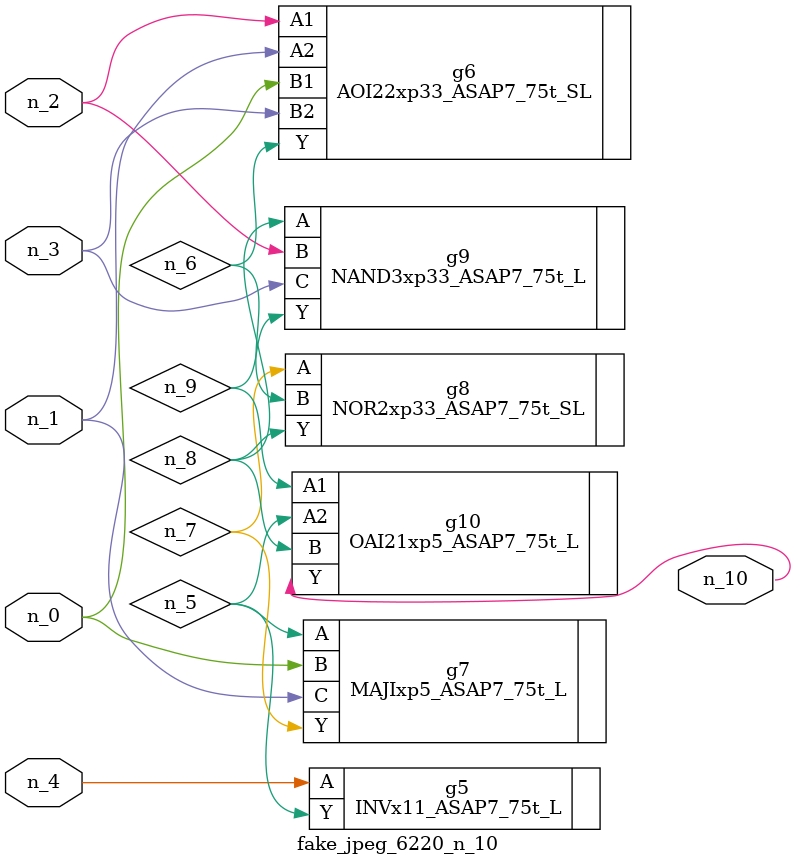
<source format=v>
module fake_jpeg_6220_n_10 (n_3, n_2, n_1, n_0, n_4, n_10);

input n_3;
input n_2;
input n_1;
input n_0;
input n_4;

output n_10;

wire n_8;
wire n_9;
wire n_6;
wire n_5;
wire n_7;

INVx11_ASAP7_75t_L g5 ( 
.A(n_4),
.Y(n_5)
);

AOI22xp33_ASAP7_75t_SL g6 ( 
.A1(n_2),
.A2(n_1),
.B1(n_0),
.B2(n_3),
.Y(n_6)
);

MAJIxp5_ASAP7_75t_L g7 ( 
.A(n_5),
.B(n_0),
.C(n_1),
.Y(n_7)
);

NOR2xp33_ASAP7_75t_SL g8 ( 
.A(n_7),
.B(n_6),
.Y(n_8)
);

NAND3xp33_ASAP7_75t_L g9 ( 
.A(n_8),
.B(n_2),
.C(n_3),
.Y(n_9)
);

OAI21xp5_ASAP7_75t_L g10 ( 
.A1(n_9),
.A2(n_5),
.B(n_8),
.Y(n_10)
);


endmodule
</source>
